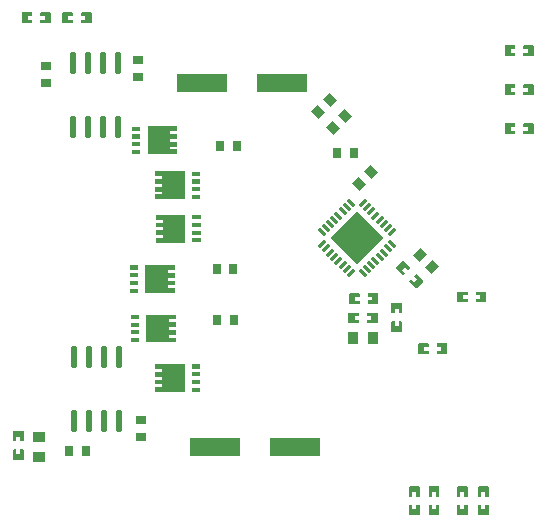
<source format=gtp>
G04 Layer: TopPasteMaskLayer*
G04 EasyEDA v6.5.44, 2024-08-23 15:43:18*
G04 30d174a4fb68472d9a5c4a5b8d6f4b16,2865ae9118a24060a17af6d01c9bcc73,10*
G04 Gerber Generator version 0.2*
G04 Scale: 100 percent, Rotated: No, Reflected: No *
G04 Dimensions in millimeters *
G04 leading zeros omitted , absolute positions ,4 integer and 5 decimal *
%FSLAX45Y45*%
%MOMM*%

%AMMACRO1*21,1,$1,$2,0,0,$3*%
%ADD10MACRO1,0.8X0.9X-135.0000*%
%ADD11R,4.3000X1.6000*%
%ADD12R,0.8000X0.9000*%
%ADD13MACRO1,0.8X0.9X135.0000*%
%ADD14R,0.8999X1.0000*%
%ADD15MACRO1,3.2004X3.2004X-45.0000*%
%ADD16MACRO1,0.762X0.287X-45.0014*%
%ADD17MACRO1,0.762X0.287X-45.0000*%
%ADD18MACRO1,0.762X0.287X-44.9986*%
%ADD19MACRO1,0.287X0.762X-45.0036*%
%ADD20MACRO1,0.287X0.762X-45.0072*%
%ADD21MACRO1,0.287X0.762X-44.9964*%
%ADD22MACRO1,0.287X0.762X-45.0000*%
%ADD23O,0.5684012X1.950212*%
%ADD24R,0.9000X0.8000*%
%ADD25R,1.0000X0.8999*%
%ADD26R,0.0115X0.8999*%

%LPD*%
G36*
X568909Y-683768D02*
G01*
X512318Y-740359D01*
X512318Y-747420D01*
X568909Y-804011D01*
X575970Y-804011D01*
X592074Y-787857D01*
X565912Y-761695D01*
X589280Y-738378D01*
X615442Y-764540D01*
X632561Y-747420D01*
X632561Y-740359D01*
X575970Y-683768D01*
G37*
G36*
X682040Y-796899D02*
G01*
X664921Y-814019D01*
X691794Y-840892D01*
X668477Y-864209D01*
X641604Y-837387D01*
X625449Y-853490D01*
X625449Y-860552D01*
X681329Y-916432D01*
X688390Y-916432D01*
X744982Y-859840D01*
X744982Y-852779D01*
X689102Y-796899D01*
G37*
G36*
X629666Y-2590393D02*
G01*
X624636Y-2595372D01*
X624636Y-2675382D01*
X629666Y-2680411D01*
X652475Y-2680411D01*
X652475Y-2643378D01*
X685444Y-2643378D01*
X685444Y-2680411D01*
X709676Y-2680411D01*
X714654Y-2675382D01*
X714654Y-2595372D01*
X709676Y-2590393D01*
G37*
G36*
X629666Y-2749397D02*
G01*
X624636Y-2754376D01*
X624636Y-2834386D01*
X629666Y-2839415D01*
X709676Y-2839415D01*
X714654Y-2834386D01*
X714654Y-2754376D01*
X709676Y-2749397D01*
X686866Y-2749397D01*
X686866Y-2786380D01*
X653846Y-2786380D01*
X653846Y-2749397D01*
G37*
G36*
X794766Y-2749397D02*
G01*
X789736Y-2754376D01*
X789736Y-2834386D01*
X794766Y-2839415D01*
X874776Y-2839415D01*
X879754Y-2834386D01*
X879754Y-2754376D01*
X874776Y-2749397D01*
X851966Y-2749397D01*
X851966Y-2786380D01*
X818946Y-2786380D01*
X818946Y-2749397D01*
G37*
G36*
X794766Y-2590393D02*
G01*
X789736Y-2595372D01*
X789736Y-2675382D01*
X794766Y-2680411D01*
X817575Y-2680411D01*
X817575Y-2643378D01*
X850544Y-2643378D01*
X850544Y-2680411D01*
X874776Y-2680411D01*
X879754Y-2675382D01*
X879754Y-2595372D01*
X874776Y-2590393D01*
G37*
G36*
X1213866Y-2749397D02*
G01*
X1208836Y-2754376D01*
X1208836Y-2834386D01*
X1213866Y-2839415D01*
X1293876Y-2839415D01*
X1298854Y-2834386D01*
X1298854Y-2754376D01*
X1293876Y-2749397D01*
X1271066Y-2749397D01*
X1271066Y-2786380D01*
X1238046Y-2786380D01*
X1238046Y-2749397D01*
G37*
G36*
X1213866Y-2590393D02*
G01*
X1208836Y-2595372D01*
X1208836Y-2675382D01*
X1213866Y-2680411D01*
X1236675Y-2680411D01*
X1236675Y-2643378D01*
X1269644Y-2643378D01*
X1269644Y-2680411D01*
X1293876Y-2680411D01*
X1298854Y-2675382D01*
X1298854Y-2595372D01*
X1293876Y-2590393D01*
G37*
G36*
X1036066Y-2749397D02*
G01*
X1031036Y-2754376D01*
X1031036Y-2834386D01*
X1036066Y-2839415D01*
X1116076Y-2839415D01*
X1121054Y-2834386D01*
X1121054Y-2754376D01*
X1116076Y-2749397D01*
X1093266Y-2749397D01*
X1093266Y-2786380D01*
X1060246Y-2786380D01*
X1060246Y-2749397D01*
G37*
G36*
X1036066Y-2590393D02*
G01*
X1031036Y-2595372D01*
X1031036Y-2675382D01*
X1036066Y-2680411D01*
X1058875Y-2680411D01*
X1058875Y-2643378D01*
X1091844Y-2643378D01*
X1091844Y-2680411D01*
X1116076Y-2680411D01*
X1121054Y-2675382D01*
X1121054Y-2595372D01*
X1116076Y-2590393D01*
G37*
G36*
X280924Y-958189D02*
G01*
X275894Y-963168D01*
X275894Y-985977D01*
X312928Y-985977D01*
X312928Y-1018997D01*
X275894Y-1018997D01*
X275894Y-1043178D01*
X280924Y-1048207D01*
X360934Y-1048207D01*
X365912Y-1043178D01*
X365912Y-963168D01*
X360934Y-958189D01*
G37*
G36*
X121920Y-958189D02*
G01*
X116890Y-963168D01*
X116890Y-1043178D01*
X121920Y-1048207D01*
X201930Y-1048207D01*
X206908Y-1043178D01*
X206908Y-1020368D01*
X169926Y-1020368D01*
X169926Y-987399D01*
X206908Y-987399D01*
X206908Y-963168D01*
X201930Y-958189D01*
G37*
G36*
X274574Y-1123289D02*
G01*
X269544Y-1128268D01*
X269544Y-1151077D01*
X306578Y-1151077D01*
X306578Y-1184097D01*
X269544Y-1184097D01*
X269544Y-1208278D01*
X274574Y-1213307D01*
X354584Y-1213307D01*
X359562Y-1208278D01*
X359562Y-1128268D01*
X354584Y-1123289D01*
G37*
G36*
X115570Y-1123289D02*
G01*
X110540Y-1128268D01*
X110540Y-1208278D01*
X115570Y-1213307D01*
X195580Y-1213307D01*
X200558Y-1208278D01*
X200558Y-1185468D01*
X163576Y-1185468D01*
X163576Y-1152499D01*
X200558Y-1152499D01*
X200558Y-1128268D01*
X195580Y-1123289D01*
G37*
G36*
X1195222Y-945591D02*
G01*
X1190193Y-950620D01*
X1190193Y-973378D01*
X1227226Y-973378D01*
X1227226Y-1006398D01*
X1190193Y-1006398D01*
X1190193Y-1030579D01*
X1195222Y-1035608D01*
X1275181Y-1035608D01*
X1280210Y-1030579D01*
X1280210Y-950620D01*
X1275181Y-945591D01*
G37*
G36*
X1036218Y-945591D02*
G01*
X1031189Y-950620D01*
X1031189Y-1030579D01*
X1036218Y-1035608D01*
X1116177Y-1035608D01*
X1121206Y-1030579D01*
X1121206Y-1007821D01*
X1084224Y-1007821D01*
X1084224Y-974801D01*
X1121206Y-974801D01*
X1121206Y-950620D01*
X1116177Y-945591D01*
G37*
G36*
X706120Y-1383639D02*
G01*
X701090Y-1388618D01*
X701090Y-1468628D01*
X706120Y-1473606D01*
X786079Y-1473606D01*
X791108Y-1468628D01*
X791108Y-1445818D01*
X754126Y-1445818D01*
X754126Y-1412849D01*
X791108Y-1412849D01*
X791108Y-1388618D01*
X786079Y-1383639D01*
G37*
G36*
X865124Y-1383639D02*
G01*
X860094Y-1388618D01*
X860094Y-1411427D01*
X897128Y-1411427D01*
X897128Y-1444447D01*
X860094Y-1444447D01*
X860094Y-1468628D01*
X865124Y-1473606D01*
X945083Y-1473606D01*
X950112Y-1468628D01*
X950112Y-1388618D01*
X945083Y-1383639D01*
G37*
G36*
X480720Y-1196543D02*
G01*
X475691Y-1201572D01*
X475691Y-1281531D01*
X480720Y-1286560D01*
X560679Y-1286560D01*
X565708Y-1281531D01*
X565708Y-1201572D01*
X560679Y-1196543D01*
X537921Y-1196543D01*
X537921Y-1233576D01*
X504901Y-1233576D01*
X504901Y-1196543D01*
G37*
G36*
X480720Y-1037539D02*
G01*
X475691Y-1042568D01*
X475691Y-1122527D01*
X480720Y-1127556D01*
X503478Y-1127556D01*
X503478Y-1090523D01*
X536498Y-1090523D01*
X536498Y-1127556D01*
X560679Y-1127556D01*
X565708Y-1122527D01*
X565708Y-1042568D01*
X560679Y-1037539D01*
G37*
G36*
X-1215948Y70612D02*
G01*
X-1215948Y35610D01*
X-1145946Y35610D01*
X-1145946Y70612D01*
G37*
G36*
X-1215948Y5638D02*
G01*
X-1215948Y-29362D01*
X-1145946Y-29362D01*
X-1145946Y5638D01*
G37*
G36*
X-1215948Y-59385D02*
G01*
X-1215948Y-94386D01*
X-1145946Y-94386D01*
X-1145946Y-59385D01*
G37*
G36*
X-1215948Y-124358D02*
G01*
X-1215948Y-159359D01*
X-1145946Y-159359D01*
X-1145946Y-124358D01*
G37*
G36*
X-1525930Y73202D02*
G01*
X-1525930Y33020D01*
X-1468882Y33020D01*
X-1468882Y8128D01*
X-1525930Y8128D01*
X-1525930Y-31851D01*
X-1468882Y-31851D01*
X-1468882Y-56896D01*
X-1525930Y-56896D01*
X-1525930Y-97028D01*
X-1468882Y-97028D01*
X-1468882Y-121920D01*
X-1525930Y-121920D01*
X-1525930Y-162001D01*
X-1276096Y-162001D01*
X-1276096Y73202D01*
G37*
G36*
X-1719427Y256590D02*
G01*
X-1719427Y221589D01*
X-1649425Y221589D01*
X-1649425Y256590D01*
G37*
G36*
X-1719427Y321614D02*
G01*
X-1719427Y286613D01*
X-1649425Y286613D01*
X-1649425Y321614D01*
G37*
G36*
X-1719427Y386588D02*
G01*
X-1719427Y351586D01*
X-1649425Y351586D01*
X-1649425Y386588D01*
G37*
G36*
X-1719427Y451612D02*
G01*
X-1719427Y416610D01*
X-1649425Y416610D01*
X-1649425Y451612D01*
G37*
G36*
X-1589227Y454202D02*
G01*
X-1589227Y218998D01*
X-1339443Y218998D01*
X-1339443Y259181D01*
X-1396441Y259181D01*
X-1396441Y284073D01*
X-1339443Y284073D01*
X-1339443Y324104D01*
X-1396441Y324104D01*
X-1396441Y349097D01*
X-1339443Y349097D01*
X-1339443Y389229D01*
X-1396441Y389229D01*
X-1396441Y414121D01*
X-1339443Y414121D01*
X-1339443Y454202D01*
G37*
G36*
X-1737055Y-918210D02*
G01*
X-1737055Y-953211D01*
X-1667103Y-953211D01*
X-1667103Y-918210D01*
G37*
G36*
X-1737055Y-853186D02*
G01*
X-1737055Y-888187D01*
X-1667103Y-888187D01*
X-1667103Y-853186D01*
G37*
G36*
X-1737055Y-788212D02*
G01*
X-1737055Y-823214D01*
X-1667103Y-823214D01*
X-1667103Y-788212D01*
G37*
G36*
X-1737055Y-723188D02*
G01*
X-1737055Y-758190D01*
X-1667103Y-758190D01*
X-1667103Y-723188D01*
G37*
G36*
X-1606905Y-720598D02*
G01*
X-1606905Y-955802D01*
X-1357122Y-955802D01*
X-1357122Y-915619D01*
X-1414119Y-915619D01*
X-1414119Y-890727D01*
X-1357122Y-890727D01*
X-1357122Y-850696D01*
X-1414119Y-850696D01*
X-1414119Y-825703D01*
X-1357122Y-825703D01*
X-1357122Y-785571D01*
X-1414119Y-785571D01*
X-1414119Y-760679D01*
X-1357122Y-760679D01*
X-1357122Y-720598D01*
G37*
G36*
X-1209446Y-297738D02*
G01*
X-1209446Y-332740D01*
X-1139494Y-332740D01*
X-1139494Y-297738D01*
G37*
G36*
X-1209446Y-362762D02*
G01*
X-1209446Y-397764D01*
X-1139494Y-397764D01*
X-1139494Y-362762D01*
G37*
G36*
X-1209446Y-427735D02*
G01*
X-1209446Y-462737D01*
X-1139494Y-462737D01*
X-1139494Y-427735D01*
G37*
G36*
X-1209446Y-492759D02*
G01*
X-1209446Y-527761D01*
X-1139494Y-527761D01*
X-1139494Y-492759D01*
G37*
G36*
X-1519428Y-295148D02*
G01*
X-1519428Y-335330D01*
X-1462430Y-335330D01*
X-1462430Y-360222D01*
X-1519428Y-360222D01*
X-1519428Y-400253D01*
X-1462430Y-400253D01*
X-1462430Y-425246D01*
X-1519428Y-425246D01*
X-1519428Y-465378D01*
X-1462430Y-465378D01*
X-1462430Y-490270D01*
X-1519428Y-490270D01*
X-1519428Y-530352D01*
X-1269644Y-530352D01*
X-1269644Y-295148D01*
G37*
G36*
X-1730705Y-1337310D02*
G01*
X-1730705Y-1372311D01*
X-1660753Y-1372311D01*
X-1660753Y-1337310D01*
G37*
G36*
X-1730705Y-1272286D02*
G01*
X-1730705Y-1307287D01*
X-1660753Y-1307287D01*
X-1660753Y-1272286D01*
G37*
G36*
X-1730705Y-1207312D02*
G01*
X-1730705Y-1242314D01*
X-1660753Y-1242314D01*
X-1660753Y-1207312D01*
G37*
G36*
X-1730705Y-1142288D02*
G01*
X-1730705Y-1177290D01*
X-1660753Y-1177290D01*
X-1660753Y-1142288D01*
G37*
G36*
X-1600555Y-1139698D02*
G01*
X-1600555Y-1374902D01*
X-1350772Y-1374902D01*
X-1350772Y-1334719D01*
X-1407769Y-1334719D01*
X-1407769Y-1309827D01*
X-1350772Y-1309827D01*
X-1350772Y-1269796D01*
X-1407769Y-1269796D01*
X-1407769Y-1244803D01*
X-1350772Y-1244803D01*
X-1350772Y-1204671D01*
X-1407769Y-1204671D01*
X-1407769Y-1179779D01*
X-1350772Y-1179779D01*
X-1350772Y-1139698D01*
G37*
G36*
X-1215796Y-1561388D02*
G01*
X-1215796Y-1596390D01*
X-1145844Y-1596390D01*
X-1145844Y-1561388D01*
G37*
G36*
X-1215796Y-1626412D02*
G01*
X-1215796Y-1661414D01*
X-1145844Y-1661414D01*
X-1145844Y-1626412D01*
G37*
G36*
X-1215796Y-1691386D02*
G01*
X-1215796Y-1726387D01*
X-1145844Y-1726387D01*
X-1145844Y-1691386D01*
G37*
G36*
X-1215796Y-1756410D02*
G01*
X-1215796Y-1791411D01*
X-1145844Y-1791411D01*
X-1145844Y-1756410D01*
G37*
G36*
X-1525778Y-1558798D02*
G01*
X-1525778Y-1598980D01*
X-1468780Y-1598980D01*
X-1468780Y-1623872D01*
X-1525778Y-1623872D01*
X-1525778Y-1663903D01*
X-1468780Y-1663903D01*
X-1468780Y-1688896D01*
X-1525778Y-1688896D01*
X-1525778Y-1729028D01*
X-1468780Y-1729028D01*
X-1468780Y-1753920D01*
X-1525778Y-1753920D01*
X-1525778Y-1794002D01*
X-1275994Y-1794002D01*
X-1275994Y-1558798D01*
G37*
G36*
X1598168Y1140104D02*
G01*
X1593138Y1135126D01*
X1593138Y1112316D01*
X1630172Y1112316D01*
X1630172Y1079296D01*
X1593138Y1079296D01*
X1593138Y1055116D01*
X1598168Y1050086D01*
X1678178Y1050086D01*
X1683156Y1055116D01*
X1683156Y1135126D01*
X1678178Y1140104D01*
G37*
G36*
X1439164Y1140104D02*
G01*
X1434134Y1135126D01*
X1434134Y1055116D01*
X1439164Y1050086D01*
X1518158Y1050086D01*
X1523136Y1055116D01*
X1523136Y1079296D01*
X1485138Y1079296D01*
X1485138Y1112316D01*
X1523136Y1112316D01*
X1523136Y1135126D01*
X1518158Y1140104D01*
G37*
G36*
X1598168Y809904D02*
G01*
X1593138Y804926D01*
X1593138Y782116D01*
X1630172Y782116D01*
X1630172Y749096D01*
X1593138Y749096D01*
X1593138Y724916D01*
X1598168Y719886D01*
X1678178Y719886D01*
X1683156Y724916D01*
X1683156Y804926D01*
X1678178Y809904D01*
G37*
G36*
X1439164Y809904D02*
G01*
X1434134Y804926D01*
X1434134Y724916D01*
X1439164Y719886D01*
X1518158Y719886D01*
X1523136Y724916D01*
X1523136Y749096D01*
X1485138Y749096D01*
X1485138Y782116D01*
X1523136Y782116D01*
X1523136Y804926D01*
X1518158Y809904D01*
G37*
G36*
X1598168Y479704D02*
G01*
X1593138Y474726D01*
X1593138Y451916D01*
X1630172Y451916D01*
X1630172Y418896D01*
X1593138Y418896D01*
X1593138Y394716D01*
X1598168Y389686D01*
X1678178Y389686D01*
X1683156Y394716D01*
X1683156Y474726D01*
X1678178Y479704D01*
G37*
G36*
X1439164Y479704D02*
G01*
X1434134Y474726D01*
X1434134Y394716D01*
X1439164Y389686D01*
X1518158Y389686D01*
X1523136Y394716D01*
X1523136Y418896D01*
X1485138Y418896D01*
X1485138Y451916D01*
X1523136Y451916D01*
X1523136Y474726D01*
X1518158Y479704D01*
G37*
G36*
X-2491232Y1419504D02*
G01*
X-2496261Y1414526D01*
X-2496261Y1391716D01*
X-2459228Y1391716D01*
X-2459228Y1358696D01*
X-2496261Y1358696D01*
X-2496261Y1334516D01*
X-2491232Y1329486D01*
X-2411222Y1329486D01*
X-2406243Y1334516D01*
X-2406243Y1414526D01*
X-2411222Y1419504D01*
G37*
G36*
X-2650236Y1419504D02*
G01*
X-2655265Y1414526D01*
X-2655265Y1334516D01*
X-2650236Y1329486D01*
X-2571242Y1329486D01*
X-2566263Y1334516D01*
X-2566263Y1358696D01*
X-2604262Y1358696D01*
X-2604262Y1391716D01*
X-2566263Y1391716D01*
X-2566263Y1414526D01*
X-2571242Y1419504D01*
G37*
G36*
X-2148332Y1419504D02*
G01*
X-2153361Y1414526D01*
X-2153361Y1391716D01*
X-2116328Y1391716D01*
X-2116328Y1358696D01*
X-2153361Y1358696D01*
X-2153361Y1334516D01*
X-2148332Y1329486D01*
X-2068322Y1329486D01*
X-2063343Y1334516D01*
X-2063343Y1414526D01*
X-2068322Y1419504D01*
G37*
G36*
X-2307336Y1419504D02*
G01*
X-2312365Y1414526D01*
X-2312365Y1334516D01*
X-2307336Y1329486D01*
X-2228342Y1329486D01*
X-2223363Y1334516D01*
X-2223363Y1358696D01*
X-2261362Y1358696D01*
X-2261362Y1391716D01*
X-2223363Y1391716D01*
X-2223363Y1414526D01*
X-2228342Y1419504D01*
G37*
G36*
X-2723134Y-2279497D02*
G01*
X-2728163Y-2284476D01*
X-2728163Y-2364486D01*
X-2723134Y-2369515D01*
X-2643124Y-2369515D01*
X-2638145Y-2364486D01*
X-2638145Y-2284476D01*
X-2643124Y-2279497D01*
X-2665933Y-2279497D01*
X-2665933Y-2316480D01*
X-2698953Y-2316480D01*
X-2698953Y-2279497D01*
G37*
G36*
X-2723134Y-2120493D02*
G01*
X-2728163Y-2125522D01*
X-2728163Y-2204516D01*
X-2723134Y-2209495D01*
X-2698953Y-2209495D01*
X-2698953Y-2171496D01*
X-2665933Y-2171496D01*
X-2665933Y-2209495D01*
X-2643124Y-2209495D01*
X-2638145Y-2204516D01*
X-2638145Y-2125522D01*
X-2643124Y-2120493D01*
G37*
D10*
G01*
X-144746Y579153D03*
G01*
X-45753Y678146D03*
D11*
G01*
X-342153Y-2260589D03*
G01*
X-1016751Y-2260589D03*
G01*
X-450103Y819160D03*
G01*
X-1124701Y819160D03*
D10*
G01*
X204503Y-30446D03*
G01*
X303496Y68546D03*
G01*
X-17746Y439453D03*
G01*
X81246Y538446D03*
D12*
G01*
X-831687Y285760D03*
G01*
X-971692Y285760D03*
G01*
X-1003442Y-749289D03*
G01*
X-863437Y-749289D03*
G01*
X-857087Y-1187439D03*
G01*
X-997092Y-1187439D03*
D13*
G01*
X718853Y-636303D03*
G01*
X817846Y-735296D03*
D12*
G01*
X155458Y231505D03*
G01*
X15453Y231505D03*
D14*
G01*
X149971Y-1339839D03*
G01*
X319948Y-1339839D03*
D15*
G01*
X182765Y-492394D03*
D16*
G01*
X132293Y-194431D03*
D17*
G01*
X96937Y-229787D03*
G01*
X61581Y-265142D03*
D16*
G01*
X26228Y-300497D03*
D18*
G01*
X-9130Y-335856D03*
D17*
G01*
X-44485Y-371210D03*
D18*
G01*
X-79841Y-406566D03*
D17*
G01*
X-115195Y-441921D03*
D19*
G01*
X-115195Y-542865D03*
D20*
G01*
X-79838Y-578220D03*
D19*
G01*
X-44484Y-613577D03*
D21*
G01*
X-9130Y-648933D03*
D22*
G01*
X26228Y-684288D03*
G01*
X61582Y-719644D03*
D19*
G01*
X96937Y-754999D03*
D21*
G01*
X132293Y-790355D03*
D16*
G01*
X233238Y-790356D03*
D18*
G01*
X268593Y-755001D03*
D17*
G01*
X303950Y-719645D03*
D18*
G01*
X339303Y-684291D03*
D17*
G01*
X374661Y-648931D03*
D16*
G01*
X410016Y-613577D03*
D17*
G01*
X445372Y-578222D03*
G01*
X480726Y-542866D03*
D21*
G01*
X480726Y-441923D03*
G01*
X445369Y-406567D03*
G01*
X410015Y-371210D03*
G01*
X374661Y-335855D03*
G01*
X339303Y-300499D03*
G01*
X303949Y-265144D03*
D22*
G01*
X268593Y-229788D03*
D21*
G01*
X233238Y-194433D03*
D23*
G01*
X-2222489Y447050D03*
G01*
X-2095489Y447050D03*
G01*
X-1968489Y447050D03*
G01*
X-1841489Y447050D03*
G01*
X-2222489Y988070D03*
G01*
X-2095489Y988070D03*
G01*
X-1968489Y988070D03*
G01*
X-1841489Y988070D03*
G01*
X-1835139Y-1501129D03*
G01*
X-1962139Y-1501129D03*
G01*
X-2089139Y-1501129D03*
G01*
X-2216139Y-1501129D03*
G01*
X-1835139Y-2042149D03*
G01*
X-1962139Y-2042149D03*
G01*
X-2089139Y-2042149D03*
G01*
X-2216139Y-2042149D03*
D24*
G01*
X-2451089Y965337D03*
G01*
X-2451089Y825357D03*
G01*
X-1644639Y-2171842D03*
G01*
X-1644639Y-2031862D03*
G01*
X-1670039Y1016137D03*
G01*
X-1670039Y876157D03*
D12*
G01*
X-2114412Y-2292339D03*
G01*
X-2254392Y-2292339D03*
D25*
G01*
X-2505344Y-2342682D03*
G01*
X-2505344Y-2172680D03*
M02*

</source>
